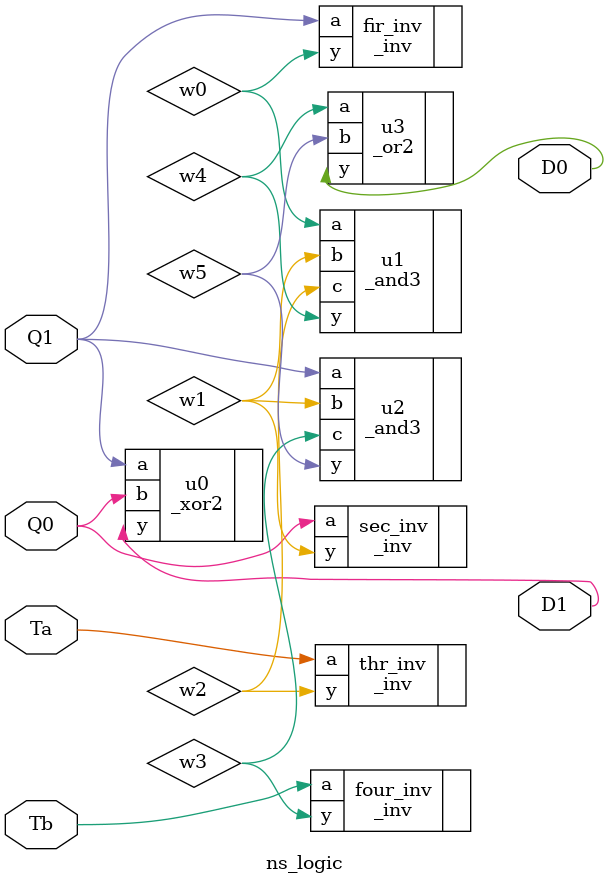
<source format=v>
module ns_logic (Ta, Tb, Q1, Q0, D1, D0); //module name is ns_logic, next state logic

	input Ta, Tb, Q1, Q0; //input 1bit
	output D1, D0;// output 1bit 
	
	wire w0,w1,w2,w3,w4,w5; // using 1bit wire
	
	// inverter module use to compute Q1'Q0'Ta'Tb'
	_inv fir_inv(.a(Q1), .y(w0));
	_inv sec_inv(.a(Q0), .y(w1));
	_inv thr_inv(.a(Ta), .y(w2));
	_inv four_inv(.a(Tb),.y(w3));
	//use _xor2 module, make D1
	_xor2 u0(.a(Q1), .b(Q0), .y(D1));
	//make D0, use and3 2, or2 1
	_and3 u1(.a(w0), .b(w1), .c(w2), .y(w4));
	_and3 u2(.a(Q1), .b(w1), .c(w3), .y(w5));
	_or2 u3(.a(w4), .b(w5), .y(D0));
	
endmodule 

	
</source>
